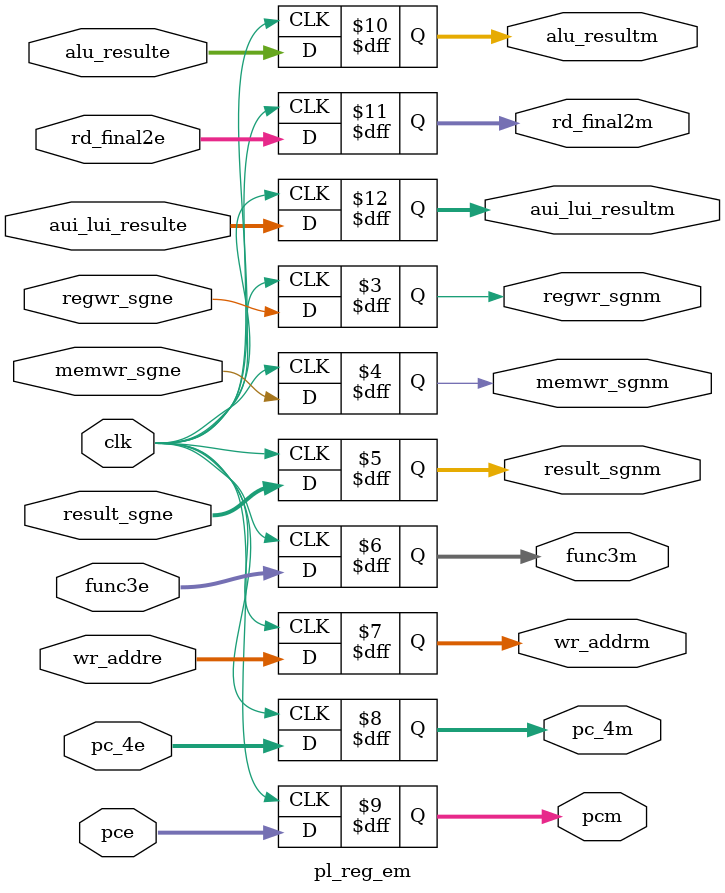
<source format=v>
module pl_reg_em(clk,func3e,aui_lui_resulte,regwr_sgne,result_sgne,memwr_sgne,wr_addre,pce,pc_4e,alu_resulte,rd_final2e,
                     func3m,aui_lui_resultm,regwr_sgnm,result_sgnm,memwr_sgnm,wr_addrm,pcm,pc_4m,alu_resultm,rd_final2m);
input clk;
input regwr_sgne,memwr_sgne;
input [1:0] result_sgne;
input [2:0] func3e;
input [4:0] wr_addre;
input [31:0] pc_4e,pce,alu_resulte,rd_final2e;
input [31:0] aui_lui_resulte;

output reg regwr_sgnm,memwr_sgnm;
output reg [1:0] result_sgnm;
output reg [2:0] func3m;

output reg [4:0] wr_addrm;
output reg [31:0] pc_4m,pcm,alu_resultm,rd_final2m;
output reg [31:0] aui_lui_resultm;

							
initial 
begin
{ func3m,aui_lui_resultm,regwr_sgnm,result_sgnm,memwr_sgnm,wr_addrm,pcm,pc_4m,alu_resultm,rd_final2m } = 0;
end


always@(posedge clk)
begin
{ func3m,aui_lui_resultm,regwr_sgnm,result_sgnm,memwr_sgnm,wr_addrm,pcm,pc_4m,alu_resultm,rd_final2m } <=  { func3e,aui_lui_resulte,regwr_sgne,result_sgne,memwr_sgne,wr_addre,pce,pc_4e,alu_resulte,rd_final2e };
end
endmodule

</source>
